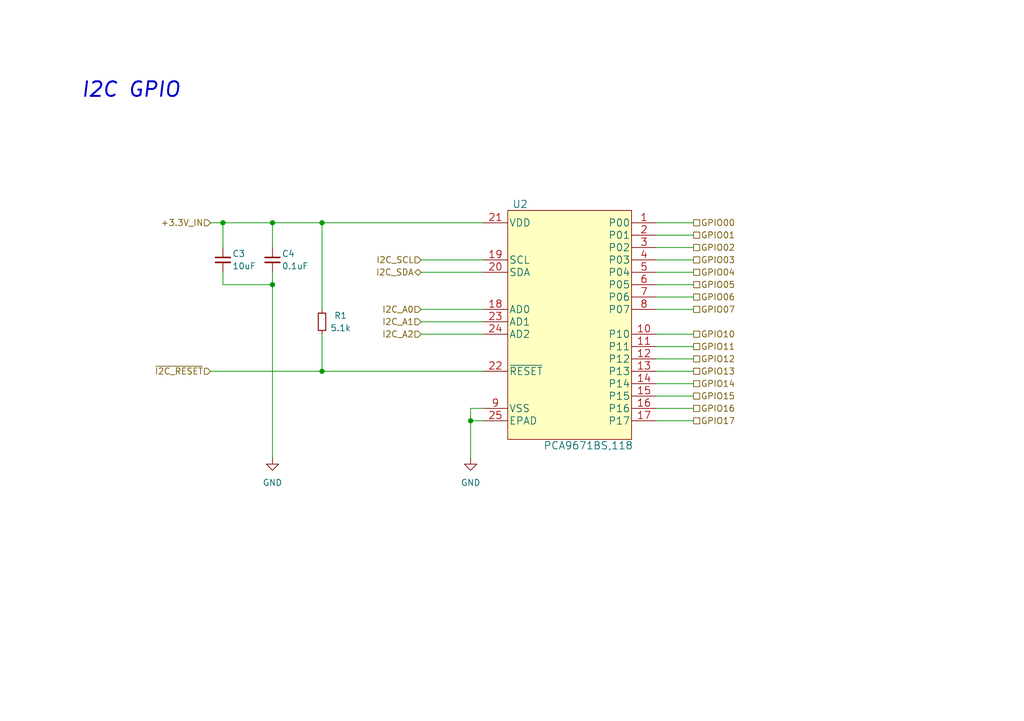
<source format=kicad_sch>
(kicad_sch (version 20211123) (generator eeschema)
  (paper "A5")
  (title_block (date "2022-01-12") (rev "4") (company "Copyright © 2022 Christian Kuhtz") (comment 2 "CERN-OHL-W v2 or later"))
  (lib_symbols
    (symbol "Device:C_Small" (pin_numbers hide) (pin_names (offset 0.254) hide)
      (property "Reference" "C" (at 0.254 1.778 0))
      (property "Value" "C_Small" (at 0.254 -2.032 0))
      (symbol "C_Small_0_1"
        (polyline (pts (xy -1.524 -0.508) (xy 1.524 -0.508)) (stroke (width 0.3302)))
        (polyline (pts (xy -1.524 0.508) (xy 1.524 0.508)) (stroke (width 0.3048)))
      )
      (symbol "C_Small_1_1"
        (pin passive line (at 0 2.54 270) (length 2.032) (name "~") (number "1"))
        (pin passive line (at 0 -2.54 90) (length 2.032) (name "~") (number "2"))
      )
    )
    (symbol "Device:R_Small" (pin_numbers hide) (pin_names (offset 0.254) hide)
      (property "Reference" "R" (at 0.762 0.508 0))
      (property "Value" "R_Small" (at 0.762 -1.016 0))
      (symbol "R_Small_0_1"
        (rectangle (start -0.762 1.778) (end 0.762 -1.778) (stroke (width 0.2032)))
      )
      (symbol "R_Small_1_1"
        (pin passive line (at 0 2.54 270) (length 0.762) (name "~") (number "1"))
        (pin passive line (at 0 -2.54 90) (length 0.762) (name "~") (number "2"))
      )
    )
    (symbol "Interface_I2C_NXP:PCA9671BS,118" (pin_names (offset 0.254))
      (property "Reference" "U" (at 8.89 3.81 0))
      (property "Value" "PCA9671BS,118" (at 24.13 -45.72 0))
      (symbol "PCA9671BS,118_1_1"
        (rectangle (start 7.62 2.54) (end 33.02 -44.45) (stroke (width 0.1524)) (fill (type background)))
        (pin bidirectional line (at 38.1 0 180) (length 5.08) (name "P00") (number "1"))
        (pin bidirectional line (at 38.1 -22.86 180) (length 5.08) (name "P10") (number "10"))
        (pin bidirectional line (at 38.1 -25.4 180) (length 5.08) (name "P11") (number "11"))
        (pin bidirectional line (at 38.1 -27.94 180) (length 5.08) (name "P12") (number "12"))
        (pin bidirectional line (at 38.1 -30.48 180) (length 5.08) (name "P13") (number "13"))
        (pin bidirectional line (at 38.1 -33.02 180) (length 5.08) (name "P14") (number "14"))
        (pin bidirectional line (at 38.1 -35.56 180) (length 5.08) (name "P15") (number "15"))
        (pin bidirectional line (at 38.1 -38.1 180) (length 5.08) (name "P16") (number "16"))
        (pin bidirectional line (at 38.1 -40.64 180) (length 5.08) (name "P17") (number "17"))
        (pin input line (at 2.54 -17.78 0) (length 5.08) (name "AD0") (number "18"))
        (pin input line (at 2.54 -7.62 0) (length 5.08) (name "SCL") (number "19"))
        (pin bidirectional line (at 38.1 -2.54 180) (length 5.08) (name "P01") (number "2"))
        (pin bidirectional line (at 2.54 -10.16 0) (length 5.08) (name "SDA") (number "20"))
        (pin power_in line (at 2.54 0 0) (length 5.08) (name "VDD") (number "21"))
        (pin input line (at 2.54 -30.48 0) (length 5.08) (name "~{RESET}") (number "22"))
        (pin input line (at 2.54 -20.32 0) (length 5.08) (name "AD1") (number "23"))
        (pin input line (at 2.54 -22.86 0) (length 5.08) (name "AD2") (number "24"))
        (pin power_in line (at 2.54 -40.64 0) (length 5.08) (name "EPAD") (number "25"))
        (pin bidirectional line (at 38.1 -5.08 180) (length 5.08) (name "P02") (number "3"))
        (pin bidirectional line (at 38.1 -7.62 180) (length 5.08) (name "P03") (number "4"))
        (pin bidirectional line (at 38.1 -10.16 180) (length 5.08) (name "P04") (number "5"))
        (pin bidirectional line (at 38.1 -12.7 180) (length 5.08) (name "P05") (number "6"))
        (pin bidirectional line (at 38.1 -15.24 180) (length 5.08) (name "P06") (number "7"))
        (pin bidirectional line (at 38.1 -17.78 180) (length 5.08) (name "P07") (number "8"))
        (pin power_in line (at 2.54 -38.1 0) (length 5.08) (name "VSS") (number "9"))
      )
    )
    (symbol "power:GND" (power) (pin_names (offset 0))
      (property "Value" "GND" (at 0 -3.81 0))
      (symbol "GND_0_1"
        (polyline (pts (xy 0 0) (xy 0 -1.27) (xy 1.27 -1.27) (xy 0 -2.54) (xy -1.27 -1.27) (xy 0 -1.27)))
      )
      (symbol "GND_1_1"
        (pin power_in line (at 0 0 270) (length 0) hide (name "GND") (number "1"))
      )
    )
  )
  (junction (at 96.52 86.36))
  (junction (at 55.88 45.72))
  (junction (at 66.04 76.2))
  (junction (at 55.88 58.42))
  (junction (at 66.04 45.72))
  (junction (at 45.72 45.72))
  (wire (pts (xy 55.88 58.42) (xy 45.72 58.42)))
  (wire (pts (xy 55.88 58.42) (xy 55.88 55.88)))
  (wire (pts (xy 142.24 73.66) (xy 134.62 73.66)))
  (wire (pts (xy 142.24 50.8) (xy 134.62 50.8)))
  (wire (pts (xy 66.04 68.58) (xy 66.04 76.2)))
  (wire (pts (xy 45.72 58.42) (xy 45.72 55.88)))
  (wire (pts (xy 99.06 63.5) (xy 86.36 63.5)))
  (wire (pts (xy 99.06 83.82) (xy 96.52 83.82)))
  (wire (pts (xy 142.24 71.12) (xy 134.62 71.12)))
  (wire (pts (xy 45.72 45.72) (xy 45.72 50.8)))
  (wire (pts (xy 134.62 86.36) (xy 142.24 86.36)))
  (wire (pts (xy 96.52 83.82) (xy 96.52 86.36)))
  (wire (pts (xy 99.06 86.36) (xy 96.52 86.36)))
  (wire (pts (xy 142.24 55.88) (xy 134.62 55.88)))
  (wire (pts (xy 66.04 63.5) (xy 66.04 45.72)))
  (wire (pts (xy 99.06 68.58) (xy 86.36 68.58)))
  (wire (pts (xy 142.24 81.28) (xy 134.62 81.28)))
  (wire (pts (xy 43.18 45.72) (xy 45.72 45.72)))
  (wire (pts (xy 142.24 78.74) (xy 134.62 78.74)))
  (wire (pts (xy 55.88 50.8) (xy 55.88 45.72)))
  (wire (pts (xy 55.88 45.72) (xy 66.04 45.72)))
  (wire (pts (xy 142.24 60.96) (xy 134.62 60.96)))
  (wire (pts (xy 86.36 55.88) (xy 99.06 55.88)))
  (wire (pts (xy 66.04 76.2) (xy 99.06 76.2)))
  (wire (pts (xy 142.24 76.2) (xy 134.62 76.2)))
  (wire (pts (xy 45.72 45.72) (xy 55.88 45.72)))
  (wire (pts (xy 99.06 66.04) (xy 86.36 66.04)))
  (wire (pts (xy 142.24 48.26) (xy 134.62 48.26)))
  (wire (pts (xy 99.06 53.34) (xy 86.36 53.34)))
  (wire (pts (xy 142.24 53.34) (xy 134.62 53.34)))
  (wire (pts (xy 43.18 76.2) (xy 66.04 76.2)))
  (wire (pts (xy 66.04 45.72) (xy 99.06 45.72)))
  (wire (pts (xy 55.88 58.42) (xy 55.88 93.98)))
  (wire (pts (xy 96.52 86.36) (xy 96.52 93.98)))
  (wire (pts (xy 142.24 68.58) (xy 134.62 68.58)))
  (wire (pts (xy 142.24 45.72) (xy 134.62 45.72)))
  (wire (pts (xy 142.24 58.42) (xy 134.62 58.42)))
  (wire (pts (xy 142.24 83.82) (xy 134.62 83.82)))
  (wire (pts (xy 134.62 63.5) (xy 142.24 63.5)))
  (text "I2C GPIO" (at 16.51 20.32 0) (effects (font (size 3 3) (thickness 0.4) bold italic) (justify left bottom)))
  (hierarchical_label "GPIO15" (shape passive) (at 142.24 81.28 0))
  (hierarchical_label "GPIO06" (shape passive) (at 142.24 60.96 0))
  (hierarchical_label "GPIO13" (shape passive) (at 142.24 76.2 0))
  (hierarchical_label "I2C_SCL" (shape input) (at 86.36 53.34 180))
  (hierarchical_label "GPIO16" (shape passive) (at 142.24 83.82 0))
  (hierarchical_label "+3.3V_IN" (shape input) (at 43.18 45.72 180))
  (hierarchical_label "GPIO14" (shape passive) (at 142.24 78.74 0))
  (hierarchical_label "GPIO11" (shape passive) (at 142.24 71.12 0))
  (hierarchical_label "GPIO03" (shape passive) (at 142.24 53.34 0))
  (hierarchical_label "GPIO04" (shape passive) (at 142.24 55.88 0))
  (hierarchical_label "GPIO12" (shape passive) (at 142.24 73.66 0))
  (hierarchical_label "GPIO01" (shape passive) (at 142.24 48.26 0))
  (hierarchical_label "I2C_A2" (shape input) (at 86.36 68.58 180))
  (hierarchical_label "GPIO07" (shape passive) (at 142.24 63.5 0))
  (hierarchical_label "GPIO02" (shape passive) (at 142.24 50.8 0))
  (hierarchical_label "GPIO10" (shape passive) (at 142.24 68.58 0))
  (hierarchical_label "GPIO05" (shape passive) (at 142.24 58.42 0))
  (hierarchical_label "GPIO00" (shape passive) (at 142.24 45.72 0))
  (hierarchical_label "~{I2C_RESET}" (shape input) (at 43.18 76.2 180))
  (hierarchical_label "I2C_SDA" (shape bidirectional) (at 86.36 55.88 180))
  (hierarchical_label "GPIO17" (shape passive) (at 142.24 86.36 0))
  (hierarchical_label "I2C_A0" (shape input) (at 86.36 63.5 180))
  (hierarchical_label "I2C_A1" (shape input) (at 86.36 66.04 180))
  (symbol (lib_id "Device:C_Small") (at 45.72 53.34 0) (unit 1)
    (property "Reference" "C3" (at 47.625 52.07 0) (effects (justify left)))
    (property "Value" "10uF" (at 47.625 54.61 0) (effects (justify left)))
    (property "Footprint" "Capacitor_SMD:C_0402_1005Metric" (effects hide))
  )
  (symbol (lib_id "power:GND") (at 96.52 93.98 0) (unit 1)
    (property "Reference" "#PWR05" (effects hide))
    (property "Value" "GND" (at 96.52 99.06 0))
  )
  (symbol (lib_id "Interface_I2C_NXP:PCA9671BS,118") (at 96.52 45.72 0) (unit 1)
    (property "Reference" "U2" (at 106.68 41.91 0) (effects (font (size 1.524 1.524))))
    (property "Value" "PCA9671BS,118" (at 120.65 91.44 0) (effects (font (size 1.524 1.524))))
    (property "Footprint" "Interface_I2C_NXP:SOT616-1_HVQFN-24_4x4mm_P0.5mm_EP2.1x2.1mm_NXP" (effects hide))
    (property "Manufacturer" "NXP" (effects hide))
    (property "MPN" "PCA9671BS,118" (effects hide))
  )
  (symbol (lib_id "power:GND") (at 55.88 93.98 0) (unit 1)
    (property "Reference" "#PWR04" (effects hide))
    (property "Value" "GND" (at 55.88 99.06 0))
  )
  (symbol (lib_id "Device:R_Small") (at 66.04 66.04 180) (unit 1)
    (property "Reference" "R1" (at 69.85 64.77 0))
    (property "Value" "5.1k" (at 69.85 67.31 0))
    (property "Footprint" "Resistor_SMD:R_0402_1005Metric" (effects hide))
  )
  (symbol (lib_id "Device:C_Small") (at 55.88 53.34 0) (unit 1)
    (property "Reference" "C4" (at 57.785 52.07 0) (effects (justify left)))
    (property "Value" "0.1uF" (at 57.785 54.61 0) (effects (justify left)))
    (property "Footprint" "Capacitor_SMD:C_0402_1005Metric" (effects hide))
  )
)
</source>
